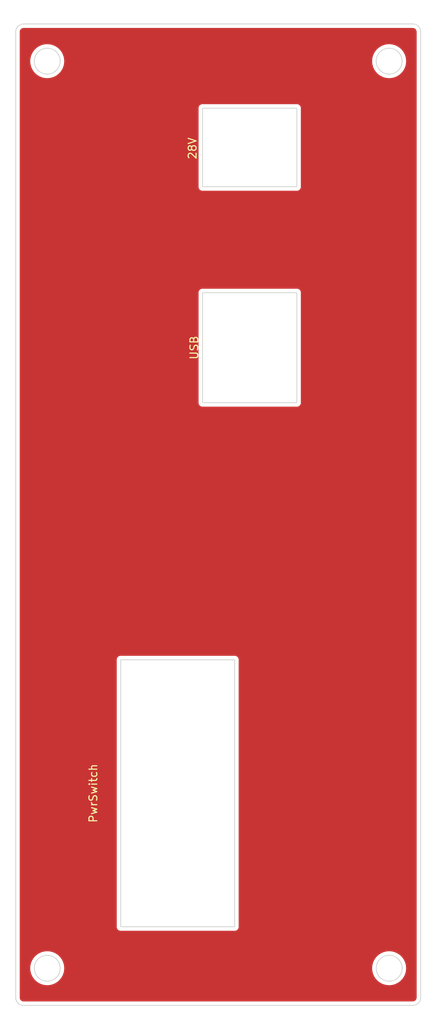
<source format=kicad_pcb>
(kicad_pcb (version 20211014) (generator pcbnew)

  (general
    (thickness 1.6)
  )

  (paper "A4")
  (layers
    (0 "F.Cu" signal)
    (31 "B.Cu" signal)
    (32 "B.Adhes" user "B.Adhesive")
    (33 "F.Adhes" user "F.Adhesive")
    (34 "B.Paste" user)
    (35 "F.Paste" user)
    (36 "B.SilkS" user "B.Silkscreen")
    (37 "F.SilkS" user "F.Silkscreen")
    (38 "B.Mask" user)
    (39 "F.Mask" user)
    (40 "Dwgs.User" user "User.Drawings")
    (41 "Cmts.User" user "User.Comments")
    (42 "Eco1.User" user "User.Eco1")
    (43 "Eco2.User" user "User.Eco2")
    (44 "Edge.Cuts" user)
    (45 "Margin" user)
    (46 "B.CrtYd" user "B.Courtyard")
    (47 "F.CrtYd" user "F.Courtyard")
    (48 "B.Fab" user)
    (49 "F.Fab" user)
    (50 "User.1" user)
    (51 "User.2" user)
    (52 "User.3" user)
    (53 "User.4" user)
    (54 "User.5" user)
    (55 "User.6" user)
    (56 "User.7" user)
    (57 "User.8" user)
    (58 "User.9" user)
  )

  (setup
    (pad_to_mask_clearance 0)
    (pcbplotparams
      (layerselection 0x00010fc_ffffffff)
      (disableapertmacros false)
      (usegerberextensions false)
      (usegerberattributes true)
      (usegerberadvancedattributes true)
      (creategerberjobfile true)
      (svguseinch false)
      (svgprecision 6)
      (excludeedgelayer true)
      (plotframeref false)
      (viasonmask false)
      (mode 1)
      (useauxorigin false)
      (hpglpennumber 1)
      (hpglpenspeed 20)
      (hpglpendiameter 15.000000)
      (dxfpolygonmode true)
      (dxfimperialunits true)
      (dxfusepcbnewfont true)
      (psnegative false)
      (psa4output false)
      (plotreference true)
      (plotvalue true)
      (plotinvisibletext false)
      (sketchpadsonfab false)
      (subtractmaskfromsilk false)
      (outputformat 1)
      (mirror false)
      (drillshape 0)
      (scaleselection 1)
      (outputdirectory "")
    )
  )

  (net 0 "")

  (gr_arc (start 19.55 142.5) (mid 18.842917 142.207083) (end 18.55 141.5) (layer "Edge.Cuts") (width 0.1) (tstamp 0423f6b0-3dda-45a4-a01a-4f01edef11da))
  (gr_rect (start 31.917893 98.48) (end 46.417893 132.48) (layer "Edge.Cuts") (width 0.1) (fill none) (tstamp 0c7d95bc-7808-480f-ac8d-e0a34be7ef41))
  (gr_line (start 70.092893 141.492893) (end 70.092893 18.5) (layer "Edge.Cuts") (width 0.1) (tstamp 0d469566-dfd9-4f0c-8957-52d821fea984))
  (gr_line (start 19.55 17.5) (end 69.092893 17.5) (layer "Edge.Cuts") (width 0.1) (tstamp 1d12d534-9d85-4d54-bcdd-4c48ac1532bb))
  (gr_line (start 19.55 142.5) (end 69.1 142.5) (layer "Edge.Cuts") (width 0.1) (tstamp 49d194fe-d3c3-4d5e-b944-7e5fab02a975))
  (gr_arc (start 69.092893 17.5) (mid 69.799973 17.79292) (end 70.092893 18.5) (layer "Edge.Cuts") (width 0.1) (tstamp 5776501d-71a2-4018-a2a9-81e5cf03ba32))
  (gr_circle (center 66.081446 137.76) (end 67.731446 137.76) (layer "Edge.Cuts") (width 0.1) (fill none) (tstamp 5c67bf39-d725-4054-a0fe-0fc141655c03))
  (gr_rect (start 42.332893 51.73) (end 54.332893 65.73) (layer "Edge.Cuts") (width 0.1) (fill none) (tstamp 75025b26-2970-47f6-9e2b-4881aeaf332c))
  (gr_line (start 18.55 141.5) (end 18.55 18.5) (layer "Edge.Cuts") (width 0.1) (tstamp 9e311172-c974-400b-9228-1a94ae78dc77))
  (gr_arc (start 70.092893 141.492893) (mid 69.802934 142.20002) (end 69.1 142.5) (layer "Edge.Cuts") (width 0.1) (tstamp 9f49a44b-969a-480d-a0d2-697c1ad9fcbe))
  (gr_circle (center 22.561446 137.76) (end 24.211446 137.76) (layer "Edge.Cuts") (width 0.1) (fill none) (tstamp ab2209f6-ad45-40b1-9449-fe3a82b3b5ee))
  (gr_rect (start 42.332893 28.23) (end 54.332893 38.23) (layer "Edge.Cuts") (width 0.1) (fill none) (tstamp c318c322-0bc2-44d7-b834-111764425c68))
  (gr_arc (start 18.55 18.5) (mid 18.842883 17.792883) (end 19.55 17.5) (layer "Edge.Cuts") (width 0.1) (tstamp de8860a9-6c66-4c7c-9bdc-ca6da2e072bc))
  (gr_circle (center 22.561446 22.24) (end 24.211446 22.24) (layer "Edge.Cuts") (width 0.1) (fill none) (tstamp e284a425-f0c0-498c-8adc-75c6ccb27155))
  (gr_circle (center 66.081446 22.24) (end 67.731446 22.24) (layer "Edge.Cuts") (width 0.1) (fill none) (tstamp e8f18186-5994-4aa8-a74f-7e038f97d0b9))
  (gr_text "28V" (at 41.05 33.35 90) (layer "F.SilkS") (tstamp 381d72e4-ca86-4a17-bce0-0096e9dc6422)
    (effects (font (size 1 1) (thickness 0.15)))
  )
  (gr_text "USB" (at 41.267893 58.73 90) (layer "F.SilkS") (tstamp 859b4faa-236f-4c29-812b-adad857feeb1)
    (effects (font (size 1 1) (thickness 0.15)))
  )
  (gr_text "PwrSwitch" (at 28.417893 115.48 90) (layer "F.SilkS") (tstamp 9d3c21d4-608e-4c70-868c-dcdb8cfd26ed)
    (effects (font (size 1 1) (thickness 0.15)))
  )

  (zone (net 0) (net_name "") (layer "F.Cu") (tstamp 854bac45-5714-4530-991e-f883476cbaf4) (hatch edge 0.508)
    (connect_pads (clearance 0.508))
    (min_thickness 0.254) (filled_areas_thickness no)
    (fill yes (thermal_gap 0.508) (thermal_bridge_width 0.508))
    (polygon
      (pts
        (xy 72.05 144.5)
        (xy 16.55 144.75)
        (xy 16.55 14.45)
        (xy 72.95 14.45)
      )
    )
    (filled_polygon
      (layer "F.Cu")
      (island)
      (pts
        (xy 69.062898 18.010002)
        (xy 69.077703 18.012309)
        (xy 69.077705 18.012309)
        (xy 69.086569 18.01369)
        (xy 69.095592 18.012511)
        (xy 69.126036 18.012243)
        (xy 69.188122 18.019244)
        (xy 69.215622 18.025522)
        (xy 69.292647 18.052479)
        (xy 69.292716 18.052503)
        (xy 69.318132 18.064744)
        (xy 69.387295 18.108204)
        (xy 69.409352 18.125795)
        (xy 69.467103 18.183546)
        (xy 69.484693 18.205602)
        (xy 69.528154 18.274765)
        (xy 69.540396 18.300181)
        (xy 69.567377 18.377273)
        (xy 69.573656 18.404777)
        (xy 69.579911 18.460247)
        (xy 69.579531 18.475916)
        (xy 69.58069 18.47593)
        (xy 69.580581 18.484904)
        (xy 69.579201 18.493775)
        (xy 69.580366 18.502675)
        (xy 69.583328 18.52531)
        (xy 69.584393 18.54166)
        (xy 69.584393 141.44353)
        (xy 69.582893 141.462915)
        (xy 69.580583 141.477748)
        (xy 69.580583 141.477752)
        (xy 69.579202 141.486621)
        (xy 69.580366 141.495524)
        (xy 69.580257 141.5045)
        (xy 69.580079 141.504498)
        (xy 69.580082 141.525949)
        (xy 69.569832 141.604526)
        (xy 69.561472 141.636029)
        (xy 69.529821 141.713216)
        (xy 69.524993 141.724991)
        (xy 69.508828 141.753298)
        (xy 69.450753 141.829918)
        (xy 69.427867 141.853131)
        (xy 69.352081 141.912287)
        (xy 69.324007 141.928852)
        (xy 69.235574 141.96659)
        (xy 69.204197 141.975396)
        (xy 69.162355 141.98146)
        (xy 69.129531 141.986217)
        (xy 69.111707 141.98752)
        (xy 69.107872 141.987527)
        (xy 69.098982 141.986272)
        (xy 69.0901 141.987562)
        (xy 69.090097 141.987562)
        (xy 69.07199 141.990192)
        (xy 69.053881 141.9915)
        (xy 19.599395 141.9915)
        (xy 19.579998 141.989998)
        (xy 19.565193 141.987691)
        (xy 19.56519 141.987691)
        (xy 19.556327 141.98631)
        (xy 19.547304 141.987489)
        (xy 19.516862 141.987758)
        (xy 19.454777 141.980757)
        (xy 19.427279 141.974479)
        (xy 19.350176 141.947494)
        (xy 19.324765 141.935254)
        (xy 19.255604 141.891795)
        (xy 19.233549 141.874206)
        (xy 19.175794 141.816451)
        (xy 19.158204 141.794395)
        (xy 19.114746 141.725235)
        (xy 19.102505 141.699822)
        (xy 19.075521 141.622721)
        (xy 19.069242 141.595219)
        (xy 19.062985 141.539725)
        (xy 19.063514 141.524086)
        (xy 19.062203 141.52407)
        (xy 19.062312 141.515096)
        (xy 19.063692 141.506225)
        (xy 19.059565 141.47469)
        (xy 19.0585 141.45834)
        (xy 19.0585 137.737344)
        (xy 20.398021 137.737344)
        (xy 20.398268 137.741628)
        (xy 20.398268 137.741629)
        (xy 20.401797 137.802835)
        (xy 20.414962 138.031164)
        (xy 20.415787 138.035371)
        (xy 20.415788 138.035376)
        (xy 20.436519 138.141041)
        (xy 20.471623 138.319966)
        (xy 20.566955 138.598407)
        (xy 20.568882 138.602238)
        (xy 20.66976 138.802812)
        (xy 20.699193 138.861334)
        (xy 20.701619 138.864863)
        (xy 20.701622 138.864869)
        (xy 20.741396 138.92274)
        (xy 20.865891 139.103881)
        (xy 21.063964 139.32156)
        (xy 21.067253 139.32431)
        (xy 21.286455 139.507592)
        (xy 21.28646 139.507596)
        (xy 21.289747 139.510344)
        (xy 21.355497 139.551589)
        (xy 21.535422 139.664456)
        (xy 21.535426 139.664458)
        (xy 21.539062 139.666739)
        (xy 21.611739 139.699554)
        (xy 21.803383 139.786085)
        (xy 21.803387 139.786087)
        (xy 21.807295 139.787851)
        (xy 21.811414 139.789071)
        (xy 22.08537 139.870221)
        (xy 22.085375 139.870222)
        (xy 22.089483 139.871439)
        (xy 22.093717 139.872087)
        (xy 22.093722 139.872088)
        (xy 22.376163 139.915307)
        (xy 22.376165 139.915307)
        (xy 22.380405 139.915956)
        (xy 22.530218 139.91831)
        (xy 22.670386 139.920512)
        (xy 22.670392 139.920512)
        (xy 22.674677 139.920579)
        (xy 22.966854 139.885222)
        (xy 23.251528 139.810539)
        (xy 23.523434 139.697912)
        (xy 23.777538 139.549425)
        (xy 24.00914 139.367827)
        (xy 24.057051 139.318387)
        (xy 24.210969 139.159554)
        (xy 24.213952 139.156476)
        (xy 24.388187 138.919285)
        (xy 24.428178 138.845631)
        (xy 24.526568 138.664418)
        (xy 24.526569 138.664416)
        (xy 24.528618 138.660642)
        (xy 24.632649 138.385333)
        (xy 24.698353 138.098453)
        (xy 24.703983 138.035376)
        (xy 24.724295 137.807776)
        (xy 24.724295 137.807774)
        (xy 24.724515 137.80531)
        (xy 24.72499 137.76)
        (xy 24.723446 137.737344)
        (xy 63.918021 137.737344)
        (xy 63.918268 137.741628)
        (xy 63.918268 137.741629)
        (xy 63.921797 137.802835)
        (xy 63.934962 138.031164)
        (xy 63.935787 138.035371)
        (xy 63.935788 138.035376)
        (xy 63.956519 138.141041)
        (xy 63.991623 138.319966)
        (xy 64.086955 138.598407)
        (xy 64.088882 138.602238)
        (xy 64.18976 138.802812)
        (xy 64.219193 138.861334)
        (xy 64.221619 138.864863)
        (xy 64.221622 138.864869)
        (xy 64.261396 138.92274)
        (xy 64.385891 139.103881)
        (xy 64.583964 139.32156)
        (xy 64.587253 139.32431)
        (xy 64.806455 139.507592)
        (xy 64.80646 139.507596)
        (xy 64.809747 139.510344)
        (xy 64.875497 139.551589)
        (xy 65.055422 139.664456)
        (xy 65.055426 139.664458)
        (xy 65.059062 139.666739)
        (xy 65.131739 139.699554)
        (xy 65.323383 139.786085)
        (xy 65.323387 139.786087)
        (xy 65.327295 139.787851)
        (xy 65.331414 139.789071)
        (xy 65.60537 139.870221)
        (xy 65.605375 139.870222)
        (xy 65.609483 139.871439)
        (xy 65.613717 139.872087)
        (xy 65.613722 139.872088)
        (xy 65.896163 139.915307)
        (xy 65.896165 139.915307)
        (xy 65.900405 139.915956)
        (xy 66.050218 139.91831)
        (xy 66.190386 139.920512)
        (xy 66.190392 139.920512)
        (xy 66.194677 139.920579)
        (xy 66.486854 139.885222)
        (xy 66.771528 139.810539)
        (xy 67.043434 139.697912)
        (xy 67.297538 139.549425)
        (xy 67.52914 139.367827)
        (xy 67.577051 139.318387)
        (xy 67.730969 139.159554)
        (xy 67.733952 139.156476)
        (xy 67.908187 138.919285)
        (xy 67.948178 138.845631)
        (xy 68.046568 138.664418)
        (xy 68.046569 138.664416)
        (xy 68.048618 138.660642)
        (xy 68.152649 138.385333)
        (xy 68.218353 138.098453)
        (xy 68.223983 138.035376)
        (xy 68.244295 137.807776)
        (xy 68.244295 137.807774)
        (xy 68.244515 137.80531)
        (xy 68.24499 137.76)
        (xy 68.224973 137.466373)
        (xy 68.165291 137.17818)
        (xy 68.067049 136.900753)
        (xy 67.932064 136.639226)
        (xy 67.921893 136.624753)
        (xy 67.765302 136.401948)
        (xy 67.765301 136.401947)
        (xy 67.762835 136.398438)
        (xy 67.562494 136.182844)
        (xy 67.540382 136.164745)
        (xy 67.338064 135.999151)
        (xy 67.334746 135.996435)
        (xy 67.083807 135.84266)
        (xy 67.065152 135.834471)
        (xy 66.818248 135.726087)
        (xy 66.818244 135.726086)
        (xy 66.81432 135.724363)
        (xy 66.531272 135.643735)
        (xy 66.52703 135.643131)
        (xy 66.527024 135.64313)
        (xy 66.244151 135.602871)
        (xy 66.2399 135.602266)
        (xy 66.084752 135.601454)
        (xy 65.949882 135.600747)
        (xy 65.949876 135.600747)
        (xy 65.945596 135.600725)
        (xy 65.941352 135.601284)
        (xy 65.941348 135.601284)
        (xy 65.812787 135.61821)
        (xy 65.653806 135.63914)
        (xy 65.649666 135.640273)
        (xy 65.649664 135.640273)
        (xy 65.632707 135.644912)
        (xy 65.369929 135.7168)
        (xy 65.365979 135.718485)
        (xy 65.10316 135.830586)
        (xy 65.103153 135.83059)
        (xy 65.099218 135.832268)
        (xy 64.946832 135.923469)
        (xy 64.850364 135.981204)
        (xy 64.85036 135.981207)
        (xy 64.846682 135.983408)
        (xy 64.616995 136.167422)
        (xy 64.614051 136.170524)
        (xy 64.614047 136.170528)
        (xy 64.604937 136.180128)
        (xy 64.414407 136.380905)
        (xy 64.242666 136.619908)
        (xy 64.10495 136.880007)
        (xy 64.003808 137.15639)
        (xy 63.941112 137.443943)
        (xy 63.940776 137.448213)
        (xy 63.91859 137.730119)
        (xy 63.918586 137.730119)
        (xy 63.918589 137.730133)
        (xy 63.918021 137.737344)
        (xy 24.723446 137.737344)
        (xy 24.704973 137.466373)
        (xy 24.645291 137.17818)
        (xy 24.547049 136.900753)
        (xy 24.412064 136.639226)
        (xy 24.401893 136.624753)
        (xy 24.245302 136.401948)
        (xy 24.245301 136.401947)
        (xy 24.242835 136.398438)
        (xy 24.042494 136.182844)
        (xy 24.020382 136.164745)
        (xy 23.818064 135.999151)
        (xy 23.814746 135.996435)
        (xy 23.563807 135.84266)
        (xy 23.545152 135.834471)
        (xy 23.298248 135.726087)
        (xy 23.298244 135.726086)
        (xy 23.29432 135.724363)
        (xy 23.011272 135.643735)
        (xy 23.00703 135.643131)
        (xy 23.007024 135.64313)
        (xy 22.724151 135.602871)
        (xy 22.7199 135.602266)
        (xy 22.564752 135.601454)
        (xy 22.429882 135.600747)
        (xy 22.429876 135.600747)
        (xy 22.425596 135.600725)
        (xy 22.421352 135.601284)
        (xy 22.421348 135.601284)
        (xy 22.292787 135.61821)
        (xy 22.133806 135.63914)
        (xy 22.129666 135.640273)
        (xy 22.129664 135.640273)
        (xy 22.112707 135.644912)
        (xy 21.849929 135.7168)
        (xy 21.845979 135.718485)
        (xy 21.58316 135.830586)
        (xy 21.583153 135.83059)
        (xy 21.579218 135.832268)
        (xy 21.426832 135.923469)
        (xy 21.330364 135.981204)
        (xy 21.33036 135.981207)
        (xy 21.326682 135.983408)
        (xy 21.096995 136.167422)
        (xy 21.094051 136.170524)
        (xy 21.094047 136.170528)
        (xy 21.084937 136.180128)
        (xy 20.894407 136.380905)
        (xy 20.722666 136.619908)
        (xy 20.58495 136.880007)
        (xy 20.483808 137.15639)
        (xy 20.421112 137.443943)
        (xy 20.420776 137.448213)
        (xy 20.39859 137.730119)
        (xy 20.398586 137.730119)
        (xy 20.398589 137.730133)
        (xy 20.398021 137.737344)
        (xy 19.0585 137.737344)
        (xy 19.0585 132.549721)
        (xy 31.408917 132.549721)
        (xy 31.411384 132.558352)
        (xy 31.417043 132.578153)
        (xy 31.420621 132.594915)
        (xy 31.424813 132.624187)
        (xy 31.428527 132.632355)
        (xy 31.428527 132.632356)
        (xy 31.435441 132.647562)
        (xy 31.441889 132.665086)
        (xy 31.448944 132.689771)
        (xy 31.453736 132.697365)
        (xy 31.453737 132.697368)
        (xy 31.464723 132.71478)
        (xy 31.472862 132.729863)
        (xy 31.485101 132.756782)
        (xy 31.490962 132.763584)
        (xy 31.501863 132.776235)
        (xy 31.512966 132.791239)
        (xy 31.526669 132.812958)
        (xy 31.533394 132.818897)
        (xy 31.533397 132.818901)
        (xy 31.548831 132.832532)
        (xy 31.560875 132.844724)
        (xy 31.57432 132.860327)
        (xy 31.574323 132.860329)
        (xy 31.58018 132.867127)
        (xy 31.587709 132.872007)
        (xy 31.58771 132.872008)
        (xy 31.601728 132.881094)
        (xy 31.616602 132.892385)
        (xy 31.62911 132.903431)
        (xy 31.635844 132.909378)
        (xy 31.662604 132.921942)
        (xy 31.677584 132.930263)
        (xy 31.694876 132.941471)
        (xy 31.694881 132.941473)
        (xy 31.702408 132.946352)
        (xy 31.711001 132.948922)
        (xy 31.711006 132.948924)
        (xy 31.727013 132.953711)
        (xy 31.744457 132.960372)
        (xy 31.759569 132.967467)
        (xy 31.759571 132.967468)
        (xy 31.767693 132.971281)
        (xy 31.77656 132.972662)
        (xy 31.776561 132.972662)
        (xy 31.779246 132.97308)
        (xy 31.79691 132.97583)
        (xy 31.813625 132.979613)
        (xy 31.833359 132.985515)
        (xy 31.833365 132.985516)
        (xy 31.841959 132.988086)
        (xy 31.85093 132.988141)
        (xy 31.850931 132.988141)
        (xy 31.86099 132.988202)
        (xy 31.876399 132.988296)
        (xy 31.877182 132.988329)
        (xy 31.878279 132.9885)
        (xy 31.90927 132.9885)
        (xy 31.91004 132.988502)
        (xy 31.983678 132.988952)
        (xy 31.983679 132.988952)
        (xy 31.987614 132.988976)
        (xy 31.988958 132.988592)
        (xy 31.990303 132.9885)
        (xy 46.40927 132.9885)
        (xy 46.410041 132.988502)
        (xy 46.487614 132.988976)
        (xy 46.516045 132.98085)
        (xy 46.532808 132.977272)
        (xy 46.533646 132.977152)
        (xy 46.56208 132.97308)
        (xy 46.585457 132.962451)
        (xy 46.60298 132.956004)
        (xy 46.627664 132.948949)
        (xy 46.635258 132.944157)
        (xy 46.635261 132.944156)
        (xy 46.652673 132.93317)
        (xy 46.667758 132.92503)
        (xy 46.694675 132.912792)
        (xy 46.714128 132.89603)
        (xy 46.729132 132.884927)
        (xy 46.750851 132.871224)
        (xy 46.75679 132.864499)
        (xy 46.756794 132.864496)
        (xy 46.770425 132.849062)
        (xy 46.782617 132.837018)
        (xy 46.79822 132.823573)
        (xy 46.798222 132.82357)
        (xy 46.80502 132.817713)
        (xy 46.818987 132.796165)
        (xy 46.830278 132.781291)
        (xy 46.841324 132.768783)
        (xy 46.841325 132.768782)
        (xy 46.847271 132.762049)
        (xy 46.859836 132.735287)
        (xy 46.868156 132.720309)
        (xy 46.879364 132.703017)
        (xy 46.879366 132.703012)
        (xy 46.884245 132.695485)
        (xy 46.886815 132.686892)
        (xy 46.886817 132.686887)
        (xy 46.891604 132.67088)
        (xy 46.898265 132.653436)
        (xy 46.90536 132.638324)
        (xy 46.905361 132.638322)
        (xy 46.909174 132.6302)
        (xy 46.913723 132.600983)
        (xy 46.917506 132.584268)
        (xy 46.923408 132.564534)
        (xy 46.923409 132.564528)
        (xy 46.925979 132.555934)
        (xy 46.926189 132.521494)
        (xy 46.926222 132.520711)
        (xy 46.926393 132.519614)
        (xy 46.926393 132.488623)
        (xy 46.926395 132.487853)
        (xy 46.926845 132.414215)
        (xy 46.926845 132.414214)
        (xy 46.926869 132.410279)
        (xy 46.926485 132.408935)
        (xy 46.926393 132.40759)
        (xy 46.926393 98.488623)
        (xy 46.926395 98.487853)
        (xy 46.926693 98.439102)
        (xy 46.926869 98.410279)
        (xy 46.918743 98.381847)
        (xy 46.915165 98.365085)
        (xy 46.912245 98.344698)
        (xy 46.910973 98.335813)
        (xy 46.900344 98.312436)
        (xy 46.893897 98.294913)
        (xy 46.889309 98.278862)
        (xy 46.886842 98.270229)
        (xy 46.882049 98.262632)
        (xy 46.871063 98.24522)
        (xy 46.862923 98.230135)
        (xy 46.860457 98.224711)
        (xy 46.850685 98.203218)
        (xy 46.833923 98.183765)
        (xy 46.82282 98.168761)
        (xy 46.809117 98.147042)
        (xy 46.802392 98.141103)
        (xy 46.802389 98.141099)
        (xy 46.786955 98.127468)
        (xy 46.774911 98.115276)
        (xy 46.761466 98.099673)
        (xy 46.761463 98.099671)
        (xy 46.755606 98.092873)
        (xy 46.741902 98.08399)
        (xy 46.734058 98.078906)
        (xy 46.719184 98.067615)
        (xy 46.706676 98.056569)
        (xy 46.706675 98.056568)
        (xy 46.699942 98.050622)
        (xy 46.67318 98.038057)
        (xy 46.658202 98.029737)
        (xy 46.64091 98.018529)
        (xy 46.640905 98.018527)
        (xy 46.633378 98.013648)
        (xy 46.624785 98.011078)
        (xy 46.62478 98.011076)
        (xy 46.608773 98.006289)
        (xy 46.591329 97.999628)
        (xy 46.576217 97.992533)
        (xy 46.576215 97.992532)
        (xy 46.568093 97.988719)
        (xy 46.559226 97.987338)
        (xy 46.559225 97.987338)
        (xy 46.548371 97.985648)
        (xy 46.538876 97.98417)
        (xy 46.522161 97.980387)
        (xy 46.502427 97.974485)
        (xy 46.502421 97.974484)
        (xy 46.493827 97.971914)
        (xy 46.484856 97.971859)
        (xy 46.484855 97.971859)
        (xy 46.474796 97.971798)
        (xy 46.459387 97.971704)
        (xy 46.458604 97.971671)
        (xy 46.457507 97.9715)
        (xy 46.426516 97.9715)
        (xy 46.425746 97.971498)
        (xy 46.352108 97.971048)
        (xy 46.352107 97.971048)
        (xy 46.348172 97.971024)
        (xy 46.346828 97.971408)
        (xy 46.345483 97.9715)
        (xy 31.926516 97.9715)
        (xy 31.925746 97.971498)
        (xy 31.92493 97.971493)
        (xy 31.848172 97.971024)
        (xy 31.825811 97.977415)
        (xy 31.81974 97.97915)
        (xy 31.802978 97.982728)
        (xy 31.773706 97.98692)
        (xy 31.765538 97.990634)
        (xy 31.765537 97.990634)
        (xy 31.750331 97.997548)
        (xy 31.732807 98.003996)
        (xy 31.708122 98.011051)
        (xy 31.700528 98.015843)
        (xy 31.700525 98.015844)
        (xy 31.683113 98.02683)
        (xy 31.66803 98.034969)
        (xy 31.641111 98.047208)
        (xy 31.634309 98.053069)
        (xy 31.621658 98.06397)
        (xy 31.606654 98.075073)
        (xy 31.584935 98.088776)
        (xy 31.578996 98.095501)
        (xy 31.578992 98.095504)
        (xy 31.565361 98.110938)
        (xy 31.553169 98.122982)
        (xy 31.537566 98.136427)
        (xy 31.537564 98.13643)
        (xy 31.530766 98.142287)
        (xy 31.525886 98.149816)
        (xy 31.525885 98.149817)
        (xy 31.516799 98.163835)
        (xy 31.505508 98.178709)
        (xy 31.494462 98.191217)
        (xy 31.488515 98.197951)
        (xy 31.482205 98.211391)
        (xy 31.475951 98.224711)
        (xy 31.46763 98.239691)
        (xy 31.456422 98.256983)
        (xy 31.45642 98.256988)
        (xy 31.451541 98.264515)
        (xy 31.448971 98.273108)
        (xy 31.448969 98.273113)
        (xy 31.444182 98.28912)
        (xy 31.437521 98.306564)
        (xy 31.430426 98.321676)
        (xy 31.426612 98.3298)
        (xy 31.425231 98.338667)
        (xy 31.425231 98.338668)
        (xy 31.422063 98.359015)
        (xy 31.41828 98.375732)
        (xy 31.412378 98.395466)
        (xy 31.412377 98.395472)
        (xy 31.409807 98.404066)
        (xy 31.409752 98.413037)
        (xy 31.409752 98.413038)
        (xy 31.409597 98.438497)
        (xy 31.409564 98.439289)
        (xy 31.409393 98.440386)
        (xy 31.409393 98.471377)
        (xy 31.409391 98.472147)
        (xy 31.408917 98.549721)
        (xy 31.409301 98.551065)
        (xy 31.409393 98.55241)
        (xy 31.409393 132.471377)
        (xy 31.409391 132.472147)
        (xy 31.408917 132.549721)
        (xy 19.0585 132.549721)
        (xy 19.0585 65.799721)
        (xy 41.823917 65.799721)
        (xy 41.826384 65.808352)
        (xy 41.832043 65.828153)
        (xy 41.835621 65.844915)
        (xy 41.839813 65.874187)
        (xy 41.843527 65.882355)
        (xy 41.843527 65.882356)
        (xy 41.850441 65.897562)
        (xy 41.856889 65.915086)
        (xy 41.863944 65.939771)
        (xy 41.868736 65.947365)
        (xy 41.868737 65.947368)
        (xy 41.879723 65.96478)
        (xy 41.887862 65.979863)
        (xy 41.900101 66.006782)
        (xy 41.905962 66.013584)
        (xy 41.916863 66.026235)
        (xy 41.927966 66.041239)
        (xy 41.941669 66.062958)
        (xy 41.948394 66.068897)
        (xy 41.948397 66.068901)
        (xy 41.963831 66.082532)
        (xy 41.975875 66.094724)
        (xy 41.98932 66.110327)
        (xy 41.989323 66.110329)
        (xy 41.99518 66.117127)
        (xy 42.002709 66.122007)
        (xy 42.00271 66.122008)
        (xy 42.016728 66.131094)
        (xy 42.031602 66.142385)
        (xy 42.04411 66.153431)
        (xy 42.050844 66.159378)
        (xy 42.077604 66.171942)
        (xy 42.092584 66.180263)
        (xy 42.109876 66.191471)
        (xy 42.109881 66.191473)
        (xy 42.117408 66.196352)
        (xy 42.126001 66.198922)
        (xy 42.126006 66.198924)
        (xy 42.142013 66.203711)
        (xy 42.159457 66.210372)
        (xy 42.174569 66.217467)
        (xy 42.174571 66.217468)
        (xy 42.182693 66.221281)
        (xy 42.19156 66.222662)
        (xy 42.191561 66.222662)
        (xy 42.194246 66.22308)
        (xy 42.21191 66.22583)
        (xy 42.228625 66.229613)
        (xy 42.248359 66.235515)
        (xy 42.248365 66.235516)
        (xy 42.256959 66.238086)
        (xy 42.26593 66.238141)
        (xy 42.265931 66.238141)
        (xy 42.27599 66.238202)
        (xy 42.291399 66.238296)
        (xy 42.292182 66.238329)
        (xy 42.293279 66.2385)
        (xy 42.32427 66.2385)
        (xy 42.32504 66.238502)
        (xy 42.398678 66.238952)
        (xy 42.398679 66.238952)
        (xy 42.402614 66.238976)
        (xy 42.403958 66.238592)
        (xy 42.405303 66.2385)
        (xy 54.32427 66.2385)
        (xy 54.325041 66.238502)
        (xy 54.402614 66.238976)
        (xy 54.431045 66.23085)
        (xy 54.447808 66.227272)
        (xy 54.448646 66.227152)
        (xy 54.47708 66.22308)
        (xy 54.500457 66.212451)
        (xy 54.51798 66.206004)
        (xy 54.542664 66.198949)
        (xy 54.550258 66.194157)
        (xy 54.550261 66.194156)
        (xy 54.567673 66.18317)
        (xy 54.582758 66.17503)
        (xy 54.609675 66.162792)
        (xy 54.629128 66.14603)
        (xy 54.644132 66.134927)
        (xy 54.665851 66.121224)
        (xy 54.67179 66.114499)
        (xy 54.671794 66.114496)
        (xy 54.685425 66.099062)
        (xy 54.697617 66.087018)
        (xy 54.71322 66.073573)
        (xy 54.713222 66.07357)
        (xy 54.72002 66.067713)
        (xy 54.733987 66.046165)
        (xy 54.745278 66.031291)
        (xy 54.756324 66.018783)
        (xy 54.756325 66.018782)
        (xy 54.762271 66.012049)
        (xy 54.774836 65.985287)
        (xy 54.783156 65.970309)
        (xy 54.794364 65.953017)
        (xy 54.794366 65.953012)
        (xy 54.799245 65.945485)
        (xy 54.801815 65.936892)
        (xy 54.801817 65.936887)
        (xy 54.806604 65.92088)
        (xy 54.813265 65.903436)
        (xy 54.82036 65.888324)
        (xy 54.820361 65.888322)
        (xy 54.824174 65.8802)
        (xy 54.828723 65.850983)
        (xy 54.832506 65.834268)
        (xy 54.838408 65.814534)
        (xy 54.838409 65.814528)
        (xy 54.840979 65.805934)
        (xy 54.841189 65.771494)
        (xy 54.841222 65.770711)
        (xy 54.841393 65.769614)
        (xy 54.841393 65.738623)
        (xy 54.841395 65.737853)
        (xy 54.841845 65.664215)
        (xy 54.841845 65.664214)
        (xy 54.841869 65.660279)
        (xy 54.841485 65.658935)
        (xy 54.841393 65.65759)
        (xy 54.841393 51.738623)
        (xy 54.841395 51.737853)
        (xy 54.841693 51.689102)
        (xy 54.841869 51.660279)
        (xy 54.833743 51.631847)
        (xy 54.830165 51.615085)
        (xy 54.827245 51.594698)
        (xy 54.825973 51.585813)
        (xy 54.815344 51.562436)
        (xy 54.808897 51.544913)
        (xy 54.804309 51.528862)
        (xy 54.801842 51.520229)
        (xy 54.797049 51.512632)
        (xy 54.786063 51.49522)
        (xy 54.777923 51.480135)
        (xy 54.775457 51.474711)
        (xy 54.765685 51.453218)
        (xy 54.748923 51.433765)
        (xy 54.73782 51.418761)
        (xy 54.724117 51.397042)
        (xy 54.717392 51.391103)
        (xy 54.717389 51.391099)
        (xy 54.701955 51.377468)
        (xy 54.689911 51.365276)
        (xy 54.676466 51.349673)
        (xy 54.676463 51.349671)
        (xy 54.670606 51.342873)
        (xy 54.656902 51.33399)
        (xy 54.649058 51.328906)
        (xy 54.634184 51.317615)
        (xy 54.621676 51.306569)
        (xy 54.621675 51.306568)
        (xy 54.614942 51.300622)
        (xy 54.58818 51.288057)
        (xy 54.573202 51.279737)
        (xy 54.55591 51.268529)
        (xy 54.555905 51.268527)
        (xy 54.548378 51.263648)
        (xy 54.539785 51.261078)
        (xy 54.53978 51.261076)
        (xy 54.523773 51.256289)
        (xy 54.506329 51.249628)
        (xy 54.491217 51.242533)
        (xy 54.491215 51.242532)
        (xy 54.483093 51.238719)
        (xy 54.474226 51.237338)
        (xy 54.474225 51.237338)
        (xy 54.463371 51.235648)
        (xy 54.453876 51.23417)
        (xy 54.437161 51.230387)
        (xy 54.417427 51.224485)
        (xy 54.417421 51.224484)
        (xy 54.408827 51.221914)
        (xy 54.399856 51.221859)
        (xy 54.399855 51.221859)
        (xy 54.389796 51.221798)
        (xy 54.374387 51.221704)
        (xy 54.373604 51.221671)
        (xy 54.372507 51.2215)
        (xy 54.341516 51.2215)
        (xy 54.340746 51.221498)
        (xy 54.267108 51.221048)
        (xy 54.267107 51.221048)
        (xy 54.263172 51.221024)
        (xy 54.261828 51.221408)
        (xy 54.260483 51.2215)
        (xy 42.341516 51.2215)
        (xy 42.340746 51.221498)
        (xy 42.33993 51.221493)
        (xy 42.263172 51.221024)
        (xy 42.240811 51.227415)
        (xy 42.23474 51.22915)
        (xy 42.217978 51.232728)
        (xy 42.188706 51.23692)
        (xy 42.180538 51.240634)
        (xy 42.180537 51.240634)
        (xy 42.165331 51.247548)
        (xy 42.147807 51.253996)
        (xy 42.123122 51.261051)
        (xy 42.115528 51.265843)
        (xy 42.115525 51.265844)
        (xy 42.098113 51.27683)
        (xy 42.08303 51.284969)
        (xy 42.056111 51.297208)
        (xy 42.049309 51.303069)
        (xy 42.036658 51.31397)
        (xy 42.021654 51.325073)
        (xy 41.999935 51.338776)
        (xy 41.993996 51.345501)
        (xy 41.993992 51.345504)
        (xy 41.980361 51.360938)
        (xy 41.968169 51.372982)
        (xy 41.952566 51.386427)
        (xy 41.952564 51.38643)
        (xy 41.945766 51.392287)
        (xy 41.940886 51.399816)
        (xy 41.940885 51.399817)
        (xy 41.931799 51.413835)
        (xy 41.920508 51.428709)
        (xy 41.909462 51.441217)
        (xy 41.903515 51.447951)
        (xy 41.897205 51.461391)
        (xy 41.890951 51.474711)
        (xy 41.88263 51.489691)
        (xy 41.871422 51.506983)
        (xy 41.87142 51.506988)
        (xy 41.866541 51.514515)
        (xy 41.863971 51.523108)
        (xy 41.863969 51.523113)
        (xy 41.859182 51.53912)
        (xy 41.852521 51.556564)
        (xy 41.845426 51.571676)
        (xy 41.841612 51.5798)
        (xy 41.840231 51.588667)
        (xy 41.840231 51.588668)
        (xy 41.837063 51.609015)
        (xy 41.83328 51.625732)
        (xy 41.827378 51.645466)
        (xy 41.827377 51.645472)
        (xy 41.824807 51.654066)
        (xy 41.824752 51.663037)
        (xy 41.824752 51.663038)
        (xy 41.824597 51.688497)
        (xy 41.824564 51.689289)
        (xy 41.824393 51.690386)
        (xy 41.824393 51.721377)
        (xy 41.824391 51.722147)
        (xy 41.823917 51.799721)
        (xy 41.824301 51.801065)
        (xy 41.824393 51.80241)
        (xy 41.824393 65.721377)
        (xy 41.824391 65.722147)
        (xy 41.823917 65.799721)
        (xy 19.0585 65.799721)
        (xy 19.0585 38.299721)
        (xy 41.823917 38.299721)
        (xy 41.826384 38.308352)
        (xy 41.832043 38.328153)
        (xy 41.835621 38.344915)
        (xy 41.839813 38.374187)
        (xy 41.843527 38.382355)
        (xy 41.843527 38.382356)
        (xy 41.850441 38.397562)
        (xy 41.856889 38.415086)
        (xy 41.863944 38.439771)
        (xy 41.868736 38.447365)
        (xy 41.868737 38.447368)
        (xy 41.879723 38.46478)
        (xy 41.887862 38.479863)
        (xy 41.900101 38.506782)
        (xy 41.905962 38.513584)
        (xy 41.916863 38.526235)
        (xy 41.927966 38.541239)
        (xy 41.941669 38.562958)
        (xy 41.948394 38.568897)
        (xy 41.948397 38.568901)
        (xy 41.963831 38.582532)
        (xy 41.975875 38.594724)
        (xy 41.98932 38.610327)
        (xy 41.989323 38.610329)
        (xy 41.99518 38.617127)
        (xy 42.002709 38.622007)
        (xy 42.00271 38.622008)
        (xy 42.016728 38.631094)
        (xy 42.031602 38.642385)
        (xy 42.04411 38.653431)
        (xy 42.050844 38.659378)
        (xy 42.077604 38.671942)
        (xy 42.092584 38.680263)
        (xy 42.109876 38.691471)
        (xy 42.109881 38.691473)
        (xy 42.117408 38.696352)
        (xy 42.126001 38.698922)
        (xy 42.126006 38.698924)
        (xy 42.142013 38.703711)
        (xy 42.159457 38.710372)
        (xy 42.174569 38.717467)
        (xy 42.174571 38.717468)
        (xy 42.182693 38.721281)
        (xy 42.19156 38.722662)
        (xy 42.191561 38.722662)
        (xy 42.194246 38.72308)
        (xy 42.21191 38.72583)
        (xy 42.228625 38.729613)
        (xy 42.248359 38.735515)
        (xy 42.248365 38.735516)
        (xy 42.256959 38.738086)
        (xy 42.26593 38.738141)
        (xy 42.265931 38.738141)
        (xy 42.27599 38.738202)
        (xy 42.291399 38.738296)
        (xy 42.292182 38.738329)
        (xy 42.293279 38.7385)
        (xy 42.32427 38.7385)
        (xy 42.32504 38.738502)
        (xy 42.398678 38.738952)
        (xy 42.398679 38.738952)
        (xy 42.402614 38.738976)
        (xy 42.403958 38.738592)
        (xy 42.405303 38.7385)
        (xy 54.32427 38.7385)
        (xy 54.325041 38.738502)
        (xy 54.402614 38.738976)
        (xy 54.431045 38.73085)
        (xy 54.447808 38.727272)
        (xy 54.448646 38.727152)
        (xy 54.47708 38.72308)
        (xy 54.500457 38.712451)
        (xy 54.51798 38.706004)
        (xy 54.542664 38.698949)
        (xy 54.550258 38.694157)
        (xy 54.550261 38.694156)
        (xy 54.567673 38.68317)
        (xy 54.582758 38.67503)
        (xy 54.609675 38.662792)
        (xy 54.629128 38.64603)
        (xy 54.644132 38.634927)
        (xy 54.665851 38.621224)
        (xy 54.67179 38.614499)
        (xy 54.671794 38.614496)
        (xy 54.685425 38.599062)
        (xy 54.697617 38.587018)
        (xy 54.71322 38.573573)
        (xy 54.713222 38.57357)
        (xy 54.72002 38.567713)
        (xy 54.733987 38.546165)
        (xy 54.745278 38.531291)
        (xy 54.756324 38.518783)
        (xy 54.756325 38.518782)
        (xy 54.762271 38.512049)
        (xy 54.774836 38.485287)
        (xy 54.783156 38.470309)
        (xy 54.794364 38.453017)
        (xy 54.794366 38.453012)
        (xy 54.799245 38.445485)
        (xy 54.801815 38.436892)
        (xy 54.801817 38.436887)
        (xy 54.806604 38.42088)
        (xy 54.813265 38.403436)
        (xy 54.82036 38.388324)
        (xy 54.820361 38.388322)
        (xy 54.824174 38.3802)
        (xy 54.828723 38.350983)
        (xy 54.832506 38.334268)
        (xy 54.838408 38.314534)
        (xy 54.838409 38.314528)
        (xy 54.840979 38.305934)
        (xy 54.841189 38.271494)
        (xy 54.841222 38.270711)
        (xy 54.841393 38.269614)
        (xy 54.841393 38.238623)
        (xy 54.841395 38.237853)
        (xy 54.841845 38.164215)
        (xy 54.841845 38.164214)
        (xy 54.841869 38.160279)
        (xy 54.841485 38.158935)
        (xy 54.841393 38.15759)
        (xy 54.841393 28.238623)
        (xy 54.841395 28.237853)
        (xy 54.841693 28.189102)
        (xy 54.841869 28.160279)
        (xy 54.833743 28.131847)
        (xy 54.830165 28.115085)
        (xy 54.827245 28.094698)
        (xy 54.825973 28.085813)
        (xy 54.815344 28.062436)
        (xy 54.808897 28.044913)
        (xy 54.804309 28.028862)
        (xy 54.801842 28.020229)
        (xy 54.797049 28.012632)
        (xy 54.786063 27.99522)
        (xy 54.777923 27.980135)
        (xy 54.775457 27.974711)
        (xy 54.765685 27.953218)
        (xy 54.748923 27.933765)
        (xy 54.73782 27.918761)
        (xy 54.724117 27.897042)
        (xy 54.717392 27.891103)
        (xy 54.717389 27.891099)
        (xy 54.701955 27.877468)
        (xy 54.689911 27.865276)
        (xy 54.676466 27.849673)
        (xy 54.676463 27.849671)
        (xy 54.670606 27.842873)
        (xy 54.656902 27.83399)
        (xy 54.649058 27.828906)
        (xy 54.634184 27.817615)
        (xy 54.621676 27.806569)
        (xy 54.621675 27.806568)
        (xy 54.614942 27.800622)
        (xy 54.58818 27.788057)
        (xy 54.573202 27.779737)
        (xy 54.55591 27.768529)
        (xy 54.555905 27.768527)
        (xy 54.548378 27.763648)
        (xy 54.539785 27.761078)
        (xy 54.53978 27.761076)
        (xy 54.523773 27.756289)
        (xy 54.506329 27.749628)
        (xy 54.491217 27.742533)
        (xy 54.491215 27.742532)
        (xy 54.483093 27.738719)
        (xy 54.474226 27.737338)
        (xy 54.474225 27.737338)
        (xy 54.463371 27.735648)
        (xy 54.453876 27.73417)
        (xy 54.437161 27.730387)
        (xy 54.417427 27.724485)
        (xy 54.417421 27.724484)
        (xy 54.408827 27.721914)
        (xy 54.399856 27.721859)
        (xy 54.399855 27.721859)
        (xy 54.389796 27.721798)
        (xy 54.374387 27.721704)
        (xy 54.373604 27.721671)
        (xy 54.372507 27.7215)
        (xy 54.341516 27.7215)
        (xy 54.340746 27.721498)
        (xy 54.267108 27.721048)
        (xy 54.267107 27.721048)
        (xy 54.263172 27.721024)
        (xy 54.261828 27.721408)
        (xy 54.260483 27.7215)
        (xy 42.341516 27.7215)
        (xy 42.340746 27.721498)
        (xy 42.33993 27.721493)
        (xy 42.263172 27.721024)
        (xy 42.240811 27.727415)
        (xy 42.23474 27.72915)
        (xy 42.217978 27.732728)
        (xy 42.188706 27.73692)
        (xy 42.180538 27.740634)
        (xy 42.180537 27.740634)
        (xy 42.165331 27.747548)
        (xy 42.147807 27.753996)
        (xy 42.123122 27.761051)
        (xy 42.115528 27.765843)
        (xy 42.115525 27.765844)
        (xy 42.098113 27.77683)
        (xy 42.08303 27.784969)
        (xy 42.056111 27.797208)
        (xy 42.049309 27.803069)
        (xy 42.036658 27.81397)
        (xy 42.021654 27.825073)
        (xy 41.999935 27.838776)
        (xy 41.993996 27.845501)
        (xy 41.993992 27.845504)
        (xy 41.980361 27.860938)
        (xy 41.968169 27.872982)
        (xy 41.952566 27.886427)
        (xy 41.952564 27.88643)
        (xy 41.945766 27.892287)
        (xy 41.940886 27.899816)
        (xy 41.940885 27.899817)
        (xy 41.931799 27.913835)
        (xy 41.920508 27.928709)
        (xy 41.909462 27.941217)
        (xy 41.903515 27.947951)
        (xy 41.897205 27.961391)
        (xy 41.890951 27.974711)
        (xy 41.88263 27.989691)
        (xy 41.871422 28.006983)
        (xy 41.87142 28.006988)
        (xy 41.866541 28.014515)
        (xy 41.863971 28.023108)
        (xy 41.863969 28.023113)
        (xy 41.859182 28.03912)
        (xy 41.852521 28.056564)
        (xy 41.845426 28.071676)
        (xy 41.841612 28.0798)
        (xy 41.840231 28.088667)
        (xy 41.840231 28.088668)
        (xy 41.837063 28.109015)
        (xy 41.83328 28.125732)
        (xy 41.827378 28.145466)
        (xy 41.827377 28.145472)
        (xy 41.824807 28.154066)
        (xy 41.824752 28.163037)
        (xy 41.824752 28.163038)
        (xy 41.824597 28.188497)
        (xy 41.824564 28.189289)
        (xy 41.824393 28.190386)
        (xy 41.824393 28.221377)
        (xy 41.824391 28.222147)
        (xy 41.823917 28.299721)
        (xy 41.824301 28.301065)
        (xy 41.824393 28.30241)
        (xy 41.824393 38.221377)
        (xy 41.824391 38.222147)
        (xy 41.823917 38.299721)
        (xy 19.0585 38.299721)
        (xy 19.0585 22.217344)
        (xy 20.398021 22.217344)
        (xy 20.398268 22.221628)
        (xy 20.398268 22.221629)
        (xy 20.401797 22.282835)
        (xy 20.414962 22.511164)
        (xy 20.415787 22.515371)
        (xy 20.415788 22.515376)
        (xy 20.436519 22.621041)
        (xy 20.471623 22.799966)
        (xy 20.566955 23.078407)
        (xy 20.568882 23.082238)
        (xy 20.66976 23.282812)
        (xy 20.699193 23.341334)
        (xy 20.701619 23.344863)
        (xy 20.701622 23.344869)
        (xy 20.741396 23.40274)
        (xy 20.865891 23.583881)
        (xy 21.063964 23.80156)
        (xy 21.067253 23.80431)
        (xy 21.286455 23.987592)
        (xy 21.28646 23.987596)
        (xy 21.289747 23.990344)
        (xy 21.355497 24.031589)
        (xy 21.535422 24.144456)
        (xy 21.535426 24.144458)
        (xy 21.539062 24.146739)
        (xy 21.611739 24.179554)
        (xy 21.803383 24.266085)
        (xy 21.803387 24.266087)
        (xy 21.807295 24.267851)
        (xy 21.811414 24.269071)
        (xy 22.08537 24.350221)
        (xy 22.085375 24.350222)
        (xy 22.089483 24.351439)
        (xy 22.093717 24.352087)
        (xy 22.093722 24.352088)
        (xy 22.376163 24.395307)
        (xy 22.376165 24.395307)
        (xy 22.380405 24.395956)
        (xy 22.530218 24.39831)
        (xy 22.670386 24.400512)
        (xy 22.670392 24.400512)
        (xy 22.674677 24.400579)
        (xy 22.966854 24.365222)
        (xy 23.251528 24.290539)
        (xy 23.523434 24.177912)
        (xy 23.777538 24.029425)
        (xy 24.00914 23.847827)
        (xy 24.057051 23.798387)
        (xy 24.210969 23.639554)
        (xy 24.213952 23.636476)
        (xy 24.388187 23.399285)
        (xy 24.428178 23.325631)
        (xy 24.526568 23.144418)
        (xy 24.526569 23.144416)
        (xy 24.528618 23.140642)
        (xy 24.632649 22.865333)
        (xy 24.698353 22.578453)
        (xy 24.703983 22.515376)
        (xy 24.724295 22.287776)
        (xy 24.724295 22.287774)
        (xy 24.724515 22.28531)
        (xy 24.72499 22.24)
        (xy 24.723446 22.217344)
        (xy 63.918021 22.217344)
        (xy 63.918268 22.221628)
        (xy 63.918268 22.221629)
        (xy 63.921797 22.282835)
        (xy 63.934962 22.511164)
        (xy 63.935787 22.515371)
        (xy 63.935788 22.515376)
        (xy 63.956519 22.621041)
        (xy 63.991623 22.799966)
        (xy 64.086955 23.078407)
        (xy 64.088882 23.082238)
        (xy 64.18976 23.282812)
        (xy 64.219193 23.341334)
        (xy 64.221619 23.344863)
        (xy 64.221622 23.344869)
        (xy 64.261396 23.40274)
        (xy 64.385891 23.583881)
        (xy 64.583964 23.80156)
        (xy 64.587253 23.80431)
        (xy 64.806455 23.987592)
        (xy 64.80646 23.987596)
        (xy 64.809747 23.990344)
        (xy 64.875497 24.031589)
        (xy 65.055422 24.144456)
        (xy 65.055426 24.144458)
        (xy 65.059062 24.146739)
        (xy 65.131739 24.179554)
        (xy 65.323383 24.266085)
        (xy 65.323387 24.266087)
        (xy 65.327295 24.267851)
        (xy 65.331414 24.269071)
        (xy 65.60537 24.350221)
        (xy 65.605375 24.350222)
        (xy 65.609483 24.351439)
        (xy 65.613717 24.352087)
        (xy 65.613722 24.352088)
        (xy 65.896163 24.395307)
        (xy 65.896165 24.395307)
        (xy 65.900405 24.395956)
        (xy 66.050218 24.39831)
        (xy 66.190386 24.400512)
        (xy 66.190392 24.400512)
        (xy 66.194677 24.400579)
        (xy 66.486854 24.365222)
        (xy 66.771528 24.290539)
        (xy 67.043434 24.177912)
        (xy 67.297538 24.029425)
        (xy 67.52914 23.847827)
        (xy 67.577051 23.798387)
        (xy 67.730969 23.639554)
        (xy 67.733952 23.636476)
        (xy 67.908187 23.399285)
        (xy 67.948178 23.325631)
        (xy 68.046568 23.144418)
        (xy 68.046569 23.144416)
        (xy 68.048618 23.140642)
        (xy 68.152649 22.865333)
        (xy 68.218353 22.578453)
        (xy 68.223983 22.515376)
        (xy 68.244295 22.287776)
        (xy 68.244295 22.287774)
        (xy 68.244515 22.28531)
        (xy 68.24499 22.24)
        (xy 68.224973 21.946373)
        (xy 68.165291 21.65818)
        (xy 68.067049 21.380753)
        (xy 67.932064 21.119226)
        (xy 67.921893 21.104753)
        (xy 67.765302 20.881948)
        (xy 67.765301 20.881947)
        (xy 67.762835 20.878438)
        (xy 67.562494 20.662844)
        (xy 67.540382 20.644745)
        (xy 67.338064 20.479151)
        (xy 67.334746 20.476435)
        (xy 67.083807 20.32266)
        (xy 67.065152 20.314471)
        (xy 66.818248 20.206087)
        (xy 66.818244 20.206086)
        (xy 66.81432 20.204363)
        (xy 66.531272 20.123735)
        (xy 66.52703 20.123131)
        (xy 66.527024 20.12313)
        (xy 66.244151 20.082871)
        (xy 66.2399 20.082266)
        (xy 66.084752 20.081454)
        (xy 65.949882 20.080747)
        (xy 65.949876 20.080747)
        (xy 65.945596 20.080725)
        (xy 65.941352 20.081284)
        (xy 65.941348 20.081284)
        (xy 65.812787 20.09821)
        (xy 65.653806 20.11914)
        (xy 65.649666 20.120273)
        (xy 65.649664 20.120273)
        (xy 65.632707 20.124912)
        (xy 65.369929 20.1968)
        (xy 65.365979 20.198485)
        (xy 65.10316 20.310586)
        (xy 65.103153 20.31059)
        (xy 65.099218 20.312268)
        (xy 64.946832 20.403469)
        (xy 64.850364 20.461204)
        (xy 64.85036 20.461207)
        (xy 64.846682 20.463408)
        (xy 64.616995 20.647422)
        (xy 64.614051 20.650524)
        (xy 64.614047 20.650528)
        (xy 64.604937 20.660128)
        (xy 64.414407 20.860905)
        (xy 64.242666 21.099908)
        (xy 64.10495 21.360007)
        (xy 64.003808 21.63639)
        (xy 63.941112 21.923943)
        (xy 63.940776 21.928213)
        (xy 63.91859 22.210119)
        (xy 63.918586 22.210119)
        (xy 63.918589 22.210133)
        (xy 63.918021 22.217344)
        (xy 24.723446 22.217344)
        (xy 24.704973 21.946373)
        (xy 24.645291 21.65818)
        (xy 24.547049 21.380753)
        (xy 24.412064 21.119226)
        (xy 24.401893 21.104753)
        (xy 24.245302 20.881948)
        (xy 24.245301 20.881947)
        (xy 24.242835 20.878438)
        (xy 24.042494 20.662844)
        (xy 24.020382 20.644745)
        (xy 23.818064 20.479151)
        (xy 23.814746 20.476435)
        (xy 23.563807 20.32266)
        (xy 23.545152 20.314471)
        (xy 23.298248 20.206087)
        (xy 23.298244 20.206086)
        (xy 23.29432 20.204363)
        (xy 23.011272 20.123735)
        (xy 23.00703 20.123131)
        (xy 23.007024 20.12313)
        (xy 22.724151 20.082871)
        (xy 22.7199 20.082266)
        (xy 22.564752 20.081454)
        (xy 22.429882 20.080747)
        (xy 22.429876 20.080747)
        (xy 22.425596 20.080725)
        (xy 22.421352 20.081284)
        (xy 22.421348 20.081284)
        (xy 22.292787 20.09821)
        (xy 22.133806 20.11914)
        (xy 22.129666 20.120273)
        (xy 22.129664 20.120273)
        (xy 22.112707 20.124912)
        (xy 21.849929 20.1968)
        (xy 21.845979 20.198485)
        (xy 21.58316 20.310586)
        (xy 21.583153 20.31059)
        (xy 21.579218 20.312268)
        (xy 21.426832 20.403469)
        (xy 21.330364 20.461204)
        (xy 21.33036 20.461207)
        (xy 21.326682 20.463408)
        (xy 21.096995 20.647422)
        (xy 21.094051 20.650524)
        (xy 21.094047 20.650528)
        (xy 21.084937 20.660128)
        (xy 20.894407 20.860905)
        (xy 20.722666 21.099908)
        (xy 20.58495 21.360007)
        (xy 20.483808 21.63639)
        (xy 20.421112 21.923943)
        (xy 20.420776 21.928213)
        (xy 20.39859 22.210119)
        (xy 20.398586 22.210119)
        (xy 20.398589 22.210133)
        (xy 20.398021 22.217344)
        (xy 19.0585 22.217344)
        (xy 19.0585 18.549352)
        (xy 19.06 18.529971)
        (xy 19.063691 18.506261)
        (xy 19.062511 18.497236)
        (xy 19.062239 18.466792)
        (xy 19.069231 18.404725)
        (xy 19.075509 18.377217)
        (xy 19.102479 18.300136)
        (xy 19.114721 18.274714)
        (xy 19.15817 18.205564)
        (xy 19.175763 18.183504)
        (xy 19.233504 18.125763)
        (xy 19.255564 18.10817)
        (xy 19.324715 18.064721)
        (xy 19.350137 18.052479)
        (xy 19.427219 18.025509)
        (xy 19.454726 18.019231)
        (xy 19.510207 18.012981)
        (xy 19.525852 18.013213)
        (xy 19.525864 18.012199)
        (xy 19.534835 18.012309)
        (xy 19.543709 18.013691)
        (xy 19.552612 18.012527)
        (xy 19.552613 18.012527)
        (xy 19.575284 18.009563)
        (xy 19.591618 18.0085)
        (xy 69.043501 18.0085)
      )
    )
  )
)

</source>
